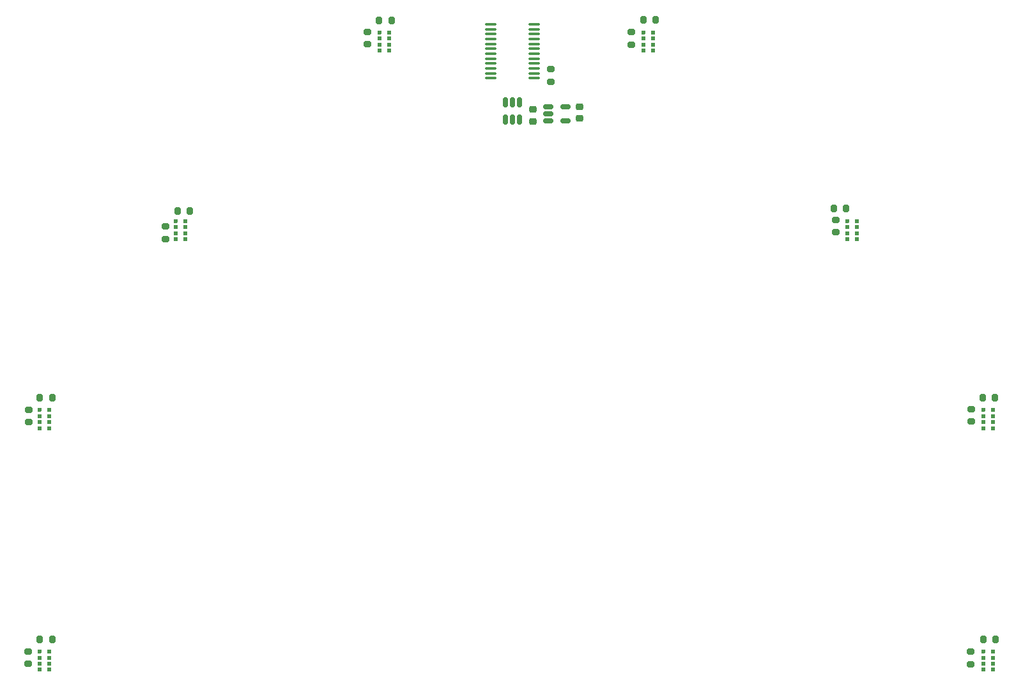
<source format=gbr>
%TF.GenerationSoftware,KiCad,Pcbnew,9.0.1*%
%TF.CreationDate,2025-05-06T09:48:19+02:00*%
%TF.ProjectId,lijnsensor V2,6c696a6e-7365-46e7-936f-722056322e6b,rev?*%
%TF.SameCoordinates,Original*%
%TF.FileFunction,Paste,Top*%
%TF.FilePolarity,Positive*%
%FSLAX46Y46*%
G04 Gerber Fmt 4.6, Leading zero omitted, Abs format (unit mm)*
G04 Created by KiCad (PCBNEW 9.0.1) date 2025-05-06 09:48:19*
%MOMM*%
%LPD*%
G01*
G04 APERTURE LIST*
G04 Aperture macros list*
%AMRoundRect*
0 Rectangle with rounded corners*
0 $1 Rounding radius*
0 $2 $3 $4 $5 $6 $7 $8 $9 X,Y pos of 4 corners*
0 Add a 4 corners polygon primitive as box body*
4,1,4,$2,$3,$4,$5,$6,$7,$8,$9,$2,$3,0*
0 Add four circle primitives for the rounded corners*
1,1,$1+$1,$2,$3*
1,1,$1+$1,$4,$5*
1,1,$1+$1,$6,$7*
1,1,$1+$1,$8,$9*
0 Add four rect primitives between the rounded corners*
20,1,$1+$1,$2,$3,$4,$5,0*
20,1,$1+$1,$4,$5,$6,$7,0*
20,1,$1+$1,$6,$7,$8,$9,0*
20,1,$1+$1,$8,$9,$2,$3,0*%
%AMOutline5P*
0 Free polygon, 5 corners , with rotation*
0 The origin of the aperture is its center*
0 number of corners: always 5*
0 $1 to $10 corner X, Y*
0 $11 Rotation angle, in degrees counterclockwise*
0 create outline with 5 corners*
4,1,5,$1,$2,$3,$4,$5,$6,$7,$8,$9,$10,$1,$2,$11*%
%AMOutline6P*
0 Free polygon, 6 corners , with rotation*
0 The origin of the aperture is its center*
0 number of corners: always 6*
0 $1 to $12 corner X, Y*
0 $13 Rotation angle, in degrees counterclockwise*
0 create outline with 6 corners*
4,1,6,$1,$2,$3,$4,$5,$6,$7,$8,$9,$10,$11,$12,$1,$2,$13*%
%AMOutline7P*
0 Free polygon, 7 corners , with rotation*
0 The origin of the aperture is its center*
0 number of corners: always 7*
0 $1 to $14 corner X, Y*
0 $15 Rotation angle, in degrees counterclockwise*
0 create outline with 7 corners*
4,1,7,$1,$2,$3,$4,$5,$6,$7,$8,$9,$10,$11,$12,$13,$14,$1,$2,$15*%
%AMOutline8P*
0 Free polygon, 8 corners , with rotation*
0 The origin of the aperture is its center*
0 number of corners: always 8*
0 $1 to $16 corner X, Y*
0 $17 Rotation angle, in degrees counterclockwise*
0 create outline with 8 corners*
4,1,8,$1,$2,$3,$4,$5,$6,$7,$8,$9,$10,$11,$12,$13,$14,$15,$16,$1,$2,$17*%
G04 Aperture macros list end*
%ADD10RoundRect,0.200000X-0.275000X0.200000X-0.275000X-0.200000X0.275000X-0.200000X0.275000X0.200000X0*%
%ADD11Outline5P,-0.287500X0.244000X0.287500X0.244000X0.287500X-0.067100X0.110600X-0.244000X-0.287500X-0.244000X0.000000*%
%ADD12R,0.575000X0.488000*%
%ADD13RoundRect,0.225000X-0.250000X0.225000X-0.250000X-0.225000X0.250000X-0.225000X0.250000X0.225000X0*%
%ADD14RoundRect,0.150000X-0.512500X-0.150000X0.512500X-0.150000X0.512500X0.150000X-0.512500X0.150000X0*%
%ADD15RoundRect,0.200000X-0.200000X-0.275000X0.200000X-0.275000X0.200000X0.275000X-0.200000X0.275000X0*%
%ADD16RoundRect,0.150000X0.150000X-0.512500X0.150000X0.512500X-0.150000X0.512500X-0.150000X-0.512500X0*%
%ADD17RoundRect,0.200000X0.275000X-0.200000X0.275000X0.200000X-0.275000X0.200000X-0.275000X-0.200000X0*%
%ADD18RoundRect,0.100000X0.637500X0.100000X-0.637500X0.100000X-0.637500X-0.100000X0.637500X-0.100000X0*%
G04 APERTURE END LIST*
D10*
%TO.C,R16*%
X53900000Y-106775000D03*
X53900000Y-108425000D03*
%TD*%
%TO.C,R14*%
X72025000Y-82490000D03*
X72025000Y-84140000D03*
%TD*%
D11*
%TO.C,U5*%
X162362000Y-81800000D03*
D12*
X162362000Y-82600000D03*
X162362000Y-83400000D03*
X162362000Y-84200000D03*
X163638000Y-84200000D03*
X163638000Y-83400000D03*
X163638000Y-82600000D03*
X163638000Y-81800000D03*
%TD*%
D11*
%TO.C,U4*%
X135362000Y-56800000D03*
D12*
X135362000Y-57600000D03*
X135362000Y-58400000D03*
X135362000Y-59200000D03*
X136638000Y-59200000D03*
X136638000Y-58400000D03*
X136638000Y-57600000D03*
X136638000Y-56800000D03*
%TD*%
D11*
%TO.C,U9*%
X73362000Y-81800000D03*
D12*
X73362000Y-82600000D03*
X73362000Y-83400000D03*
X73362000Y-84200000D03*
X74638000Y-84200000D03*
X74638000Y-83400000D03*
X74638000Y-82600000D03*
X74638000Y-81800000D03*
%TD*%
D11*
%TO.C,U6*%
X180362000Y-106800000D03*
D12*
X180362000Y-107600000D03*
X180362000Y-108400000D03*
X180362000Y-109200000D03*
X181638000Y-109200000D03*
X181638000Y-108400000D03*
X181638000Y-107600000D03*
X181638000Y-106800000D03*
%TD*%
D11*
%TO.C,U7*%
X180362000Y-138800000D03*
D12*
X180362000Y-139600000D03*
X180362000Y-140400000D03*
X180362000Y-141200000D03*
X181638000Y-141200000D03*
X181638000Y-140400000D03*
X181638000Y-139600000D03*
X181638000Y-138800000D03*
%TD*%
D10*
%TO.C,R8*%
X178800000Y-106675000D03*
X178800000Y-108325000D03*
%TD*%
D13*
%TO.C,C2*%
X126900000Y-66625000D03*
X126900000Y-68175000D03*
%TD*%
D11*
%TO.C,U10*%
X55362000Y-106800000D03*
D12*
X55362000Y-107600000D03*
X55362000Y-108400000D03*
X55362000Y-109200000D03*
X56638000Y-109200000D03*
X56638000Y-108400000D03*
X56638000Y-107600000D03*
X56638000Y-106800000D03*
%TD*%
D10*
%TO.C,R2*%
X53800000Y-138775000D03*
X53800000Y-140425000D03*
%TD*%
D14*
%TO.C,U3*%
X122762500Y-66650000D03*
X122762500Y-67600000D03*
X122762500Y-68550000D03*
X125037500Y-68550000D03*
X125037500Y-66650000D03*
%TD*%
D15*
%TO.C,R15*%
X55375000Y-105200000D03*
X57025000Y-105200000D03*
%TD*%
%TO.C,R1*%
X55375000Y-137200000D03*
X57025000Y-137200000D03*
%TD*%
%TO.C,R13*%
X73605000Y-80470000D03*
X75255000Y-80470000D03*
%TD*%
D16*
%TO.C,U1*%
X117050000Y-68337500D03*
X118000000Y-68337500D03*
X118950000Y-68337500D03*
X118950000Y-66062500D03*
X118000000Y-66062500D03*
X117050000Y-66062500D03*
%TD*%
D15*
%TO.C,R9*%
X180362000Y-137150000D03*
X182012000Y-137150000D03*
%TD*%
D17*
%TO.C,R17*%
X123100000Y-63325000D03*
X123100000Y-61675000D03*
%TD*%
D13*
%TO.C,C1*%
X120700000Y-67025000D03*
X120700000Y-68575000D03*
%TD*%
D10*
%TO.C,R4*%
X133738000Y-56750000D03*
X133738000Y-58400000D03*
%TD*%
D11*
%TO.C,U8*%
X100362000Y-56800000D03*
D12*
X100362000Y-57600000D03*
X100362000Y-58400000D03*
X100362000Y-59200000D03*
X101638000Y-59200000D03*
X101638000Y-58400000D03*
X101638000Y-57600000D03*
X101638000Y-56800000D03*
%TD*%
D11*
%TO.C,U11*%
X55362000Y-138800000D03*
D12*
X55362000Y-139600000D03*
X55362000Y-140400000D03*
X55362000Y-141200000D03*
X56638000Y-141200000D03*
X56638000Y-140400000D03*
X56638000Y-139600000D03*
X56638000Y-138800000D03*
%TD*%
D10*
%TO.C,R10*%
X178737000Y-138800000D03*
X178737000Y-140450000D03*
%TD*%
D15*
%TO.C,R7*%
X180275000Y-105200000D03*
X181925000Y-105200000D03*
%TD*%
%TO.C,R11*%
X100325000Y-55200000D03*
X101975000Y-55200000D03*
%TD*%
%TO.C,R5*%
X160575000Y-80150000D03*
X162225000Y-80150000D03*
%TD*%
D10*
%TO.C,R6*%
X160800000Y-81600000D03*
X160800000Y-83250000D03*
%TD*%
D15*
%TO.C,R3*%
X135325000Y-55150000D03*
X136975000Y-55150000D03*
%TD*%
D10*
%TO.C,R12*%
X98800000Y-56725000D03*
X98800000Y-58375000D03*
%TD*%
D18*
%TO.C,U2*%
X120862500Y-62875000D03*
X120862500Y-62225000D03*
X120862500Y-61575000D03*
X120862500Y-60925000D03*
X120862500Y-60275000D03*
X120862500Y-59625000D03*
X120862500Y-58975000D03*
X120862500Y-58325000D03*
X120862500Y-57675000D03*
X120862500Y-57025000D03*
X120862500Y-56375000D03*
X120862500Y-55725000D03*
X115137500Y-55725000D03*
X115137500Y-56375000D03*
X115137500Y-57025000D03*
X115137500Y-57675000D03*
X115137500Y-58325000D03*
X115137500Y-58975000D03*
X115137500Y-59625000D03*
X115137500Y-60275000D03*
X115137500Y-60925000D03*
X115137500Y-61575000D03*
X115137500Y-62225000D03*
X115137500Y-62875000D03*
%TD*%
M02*

</source>
